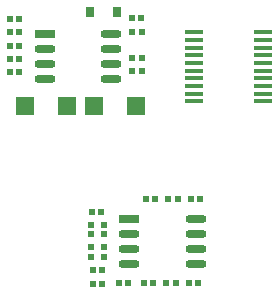
<source format=gtp>
G04*
G04 #@! TF.GenerationSoftware,Altium Limited,Altium Designer,21.0.8 (223)*
G04*
G04 Layer_Color=8421504*
%FSLAX25Y25*%
%MOIN*%
G70*
G04*
G04 #@! TF.SameCoordinates,8682EA25-DCF7-411F-8805-334446643B85*
G04*
G04*
G04 #@! TF.FilePolarity,Positive*
G04*
G01*
G75*
%ADD19R,0.01968X0.01968*%
%ADD20R,0.02756X0.03347*%
%ADD21R,0.07087X0.02559*%
%ADD22O,0.07087X0.02559*%
%ADD23R,0.05906X0.06299*%
%ADD24R,0.01968X0.01968*%
%ADD25R,0.06299X0.01575*%
D19*
X35630Y101476D02*
D03*
X38780D02*
D03*
Y110236D02*
D03*
X35630D02*
D03*
X76575Y101870D02*
D03*
X79724D02*
D03*
Y106102D02*
D03*
X76575D02*
D03*
X35630Y114665D02*
D03*
X38780D02*
D03*
Y118996D02*
D03*
X35630D02*
D03*
X66535Y30807D02*
D03*
X63386D02*
D03*
X99213Y59153D02*
D03*
X96063D02*
D03*
X88583D02*
D03*
X91732D02*
D03*
X84252D02*
D03*
X81102D02*
D03*
X66535Y35531D02*
D03*
X63386D02*
D03*
X98425Y31201D02*
D03*
X95276D02*
D03*
X90945D02*
D03*
X87795D02*
D03*
X83465D02*
D03*
X80315D02*
D03*
X75197D02*
D03*
X72047D02*
D03*
X62992Y54823D02*
D03*
X66142D02*
D03*
X79528Y119390D02*
D03*
X76378D02*
D03*
X76476Y114764D02*
D03*
X79626D02*
D03*
X35630Y105905D02*
D03*
X38780D02*
D03*
D20*
X62500Y121555D02*
D03*
X71555D02*
D03*
D21*
X47343Y114094D02*
D03*
X75591Y52480D02*
D03*
D22*
X47343Y109095D02*
D03*
Y104095D02*
D03*
Y99094D02*
D03*
X69390Y114094D02*
D03*
Y109095D02*
D03*
Y104095D02*
D03*
Y99094D02*
D03*
X97638Y37480D02*
D03*
Y42480D02*
D03*
Y47480D02*
D03*
Y52480D02*
D03*
X75591Y37480D02*
D03*
Y42480D02*
D03*
Y47480D02*
D03*
D23*
X77658Y90158D02*
D03*
X63878D02*
D03*
X40846Y90256D02*
D03*
X54626D02*
D03*
D24*
X62598Y47343D02*
D03*
Y50492D02*
D03*
Y39862D02*
D03*
Y43012D02*
D03*
X66929D02*
D03*
Y39862D02*
D03*
Y47343D02*
D03*
Y50492D02*
D03*
D25*
X120079Y114764D02*
D03*
Y112205D02*
D03*
Y109646D02*
D03*
Y107087D02*
D03*
Y104528D02*
D03*
Y101969D02*
D03*
Y99410D02*
D03*
Y96850D02*
D03*
Y94291D02*
D03*
Y91732D02*
D03*
X97244Y114764D02*
D03*
Y112205D02*
D03*
Y109646D02*
D03*
Y107087D02*
D03*
Y96850D02*
D03*
Y91732D02*
D03*
Y94291D02*
D03*
Y99410D02*
D03*
Y101969D02*
D03*
Y104528D02*
D03*
M02*

</source>
